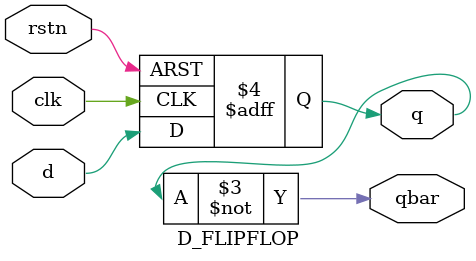
<source format=v>
module D_FLIPFLOP(
input d, rstn, clk,
output reg q,
output  qbar);
always @(posedge clk or negedge rstn) begin 
if (~rstn)
q<=1'b0;
else
q<=d;
end
assign qbar=~q;
endmodule
</source>
